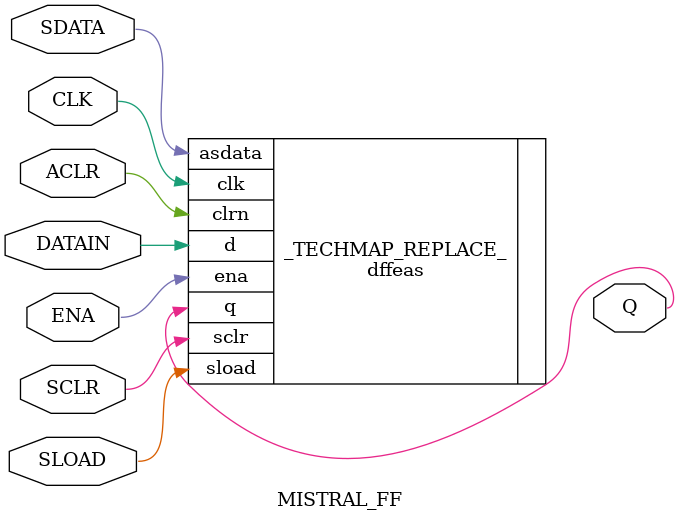
<source format=v>
module __MISTRAL_VCC(output Q);

MISTRAL_ALUT2 #(.LUT(4'b1111)) _TECHMAP_REPLACE_ (.A(1'b1), .B(1'b1), .Q(Q));

endmodule


module __MISTRAL_GND(output Q);

MISTRAL_ALUT2 #(.LUT(4'b0000)) _TECHMAP_REPLACE_ (.A(1'b1), .B(1'b1), .Q(Q));

endmodule


module MISTRAL_FF(input DATAIN, CLK, ACLR, ENA, SCLR, SLOAD, SDATA, output reg Q);

dffeas #(.power_up("low"), .is_wysiwyg("true")) _TECHMAP_REPLACE_ (.d(DATAIN), .clk(CLK), .clrn(ACLR), .ena(ENA), .sclr(SCLR), .sload(SLOAD), .asdata(SDATA), .q(Q));

endmodule

</source>
